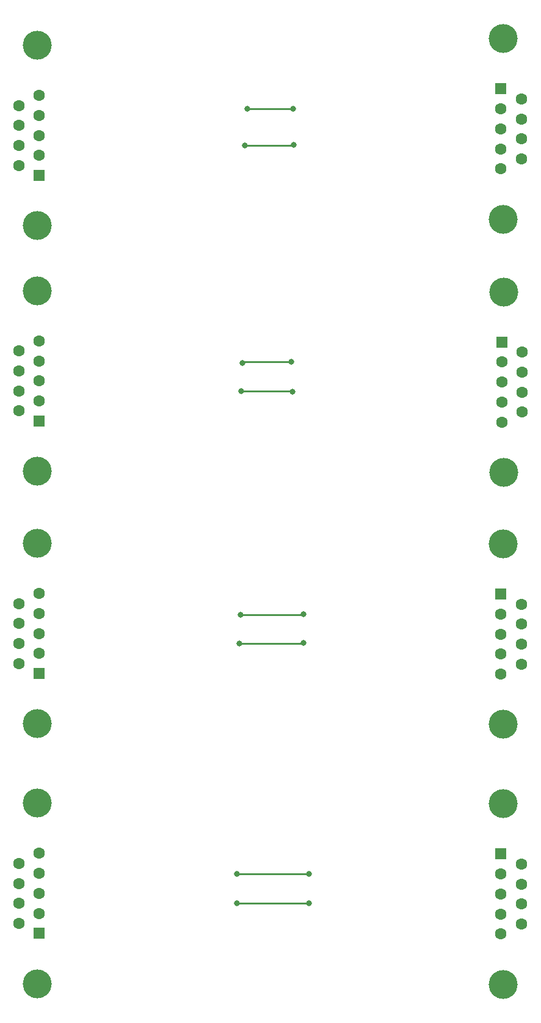
<source format=gbr>
%TF.GenerationSoftware,KiCad,Pcbnew,(5.1.6)-1*%
%TF.CreationDate,2021-06-01T12:00:34+02:00*%
%TF.ProjectId,CAN,43414e2e-6b69-4636-9164-5f7063625858,rev?*%
%TF.SameCoordinates,Original*%
%TF.FileFunction,Copper,L2,Bot*%
%TF.FilePolarity,Positive*%
%FSLAX46Y46*%
G04 Gerber Fmt 4.6, Leading zero omitted, Abs format (unit mm)*
G04 Created by KiCad (PCBNEW (5.1.6)-1) date 2021-06-01 12:00:34*
%MOMM*%
%LPD*%
G01*
G04 APERTURE LIST*
%TA.AperFunction,ComponentPad*%
%ADD10C,4.000000*%
%TD*%
%TA.AperFunction,ComponentPad*%
%ADD11C,1.600000*%
%TD*%
%TA.AperFunction,ComponentPad*%
%ADD12R,1.600000X1.600000*%
%TD*%
%TA.AperFunction,ViaPad*%
%ADD13C,0.800000*%
%TD*%
%TA.AperFunction,Conductor*%
%ADD14C,0.250000*%
%TD*%
G04 APERTURE END LIST*
D10*
%TO.P,J8,0*%
%TO.N,N/C*%
X155300000Y-137040000D03*
X155300000Y-162040000D03*
D11*
%TO.P,J8,9*%
%TO.N,Net-(J8-Pad9)*%
X157840000Y-153695000D03*
%TO.P,J8,8*%
%TO.N,Net-(J8-Pad8)*%
X157840000Y-150925000D03*
%TO.P,J8,7*%
%TO.N,/CAN+*%
X157840000Y-148155000D03*
%TO.P,J8,6*%
%TO.N,Net-(J8-Pad6)*%
X157840000Y-145385000D03*
%TO.P,J8,5*%
%TO.N,Net-(J8-Pad5)*%
X155000000Y-155080000D03*
%TO.P,J8,4*%
%TO.N,Net-(J8-Pad4)*%
X155000000Y-152310000D03*
%TO.P,J8,3*%
%TO.N,Net-(J8-Pad3)*%
X155000000Y-149540000D03*
%TO.P,J8,2*%
%TO.N,/CAN-*%
X155000000Y-146770000D03*
D12*
%TO.P,J8,1*%
%TO.N,Net-(J8-Pad1)*%
X155000000Y-144000000D03*
%TD*%
D10*
%TO.P,J7,0*%
%TO.N,N/C*%
X155300000Y-101040000D03*
X155300000Y-126040000D03*
D11*
%TO.P,J7,9*%
%TO.N,Net-(J7-Pad9)*%
X157840000Y-117695000D03*
%TO.P,J7,8*%
%TO.N,Net-(J7-Pad8)*%
X157840000Y-114925000D03*
%TO.P,J7,7*%
%TO.N,/CAN+*%
X157840000Y-112155000D03*
%TO.P,J7,6*%
%TO.N,Net-(J7-Pad6)*%
X157840000Y-109385000D03*
%TO.P,J7,5*%
%TO.N,Net-(J7-Pad5)*%
X155000000Y-119080000D03*
%TO.P,J7,4*%
%TO.N,Net-(J7-Pad4)*%
X155000000Y-116310000D03*
%TO.P,J7,3*%
%TO.N,Net-(J7-Pad3)*%
X155000000Y-113540000D03*
%TO.P,J7,2*%
%TO.N,/CAN-*%
X155000000Y-110770000D03*
D12*
%TO.P,J7,1*%
%TO.N,Net-(J7-Pad1)*%
X155000000Y-108000000D03*
%TD*%
D10*
%TO.P,J6,0*%
%TO.N,N/C*%
X155460000Y-66115000D03*
X155460000Y-91115000D03*
D11*
%TO.P,J6,9*%
%TO.N,Net-(J6-Pad9)*%
X158000000Y-82770000D03*
%TO.P,J6,8*%
%TO.N,Net-(J6-Pad8)*%
X158000000Y-80000000D03*
%TO.P,J6,7*%
%TO.N,/CAN+*%
X158000000Y-77230000D03*
%TO.P,J6,6*%
%TO.N,Net-(J6-Pad6)*%
X158000000Y-74460000D03*
%TO.P,J6,5*%
%TO.N,Net-(J6-Pad5)*%
X155160000Y-84155000D03*
%TO.P,J6,4*%
%TO.N,Net-(J6-Pad4)*%
X155160000Y-81385000D03*
%TO.P,J6,3*%
%TO.N,Net-(J6-Pad3)*%
X155160000Y-78615000D03*
%TO.P,J6,2*%
%TO.N,/CAN-*%
X155160000Y-75845000D03*
D12*
%TO.P,J6,1*%
%TO.N,Net-(J6-Pad1)*%
X155160000Y-73075000D03*
%TD*%
D10*
%TO.P,J5,0*%
%TO.N,N/C*%
X155300000Y-31040000D03*
X155300000Y-56040000D03*
D11*
%TO.P,J5,9*%
%TO.N,Net-(J5-Pad9)*%
X157840000Y-47695000D03*
%TO.P,J5,8*%
%TO.N,Net-(J5-Pad8)*%
X157840000Y-44925000D03*
%TO.P,J5,7*%
%TO.N,/CAN+*%
X157840000Y-42155000D03*
%TO.P,J5,6*%
%TO.N,Net-(J5-Pad6)*%
X157840000Y-39385000D03*
%TO.P,J5,5*%
%TO.N,Net-(J5-Pad5)*%
X155000000Y-49080000D03*
%TO.P,J5,4*%
%TO.N,Net-(J5-Pad4)*%
X155000000Y-46310000D03*
%TO.P,J5,3*%
%TO.N,Net-(J5-Pad3)*%
X155000000Y-43540000D03*
%TO.P,J5,2*%
%TO.N,/CAN-*%
X155000000Y-40770000D03*
D12*
%TO.P,J5,1*%
%TO.N,Net-(J5-Pad1)*%
X155000000Y-38000000D03*
%TD*%
D10*
%TO.P,J4,0*%
%TO.N,N/C*%
X90700000Y-161960000D03*
X90700000Y-136960000D03*
D11*
%TO.P,J4,9*%
%TO.N,Net-(J4-Pad9)*%
X88160000Y-145305000D03*
%TO.P,J4,8*%
%TO.N,Net-(J4-Pad8)*%
X88160000Y-148075000D03*
%TO.P,J4,7*%
%TO.N,/CAN+*%
X88160000Y-150845000D03*
%TO.P,J4,6*%
%TO.N,Net-(J4-Pad6)*%
X88160000Y-153615000D03*
%TO.P,J4,5*%
%TO.N,Net-(J4-Pad5)*%
X91000000Y-143920000D03*
%TO.P,J4,4*%
%TO.N,Net-(J4-Pad4)*%
X91000000Y-146690000D03*
%TO.P,J4,3*%
%TO.N,Net-(J4-Pad3)*%
X91000000Y-149460000D03*
%TO.P,J4,2*%
%TO.N,/CAN-*%
X91000000Y-152230000D03*
D12*
%TO.P,J4,1*%
%TO.N,Net-(J4-Pad1)*%
X91000000Y-155000000D03*
%TD*%
D10*
%TO.P,J2,0*%
%TO.N,N/C*%
X90700000Y-90960000D03*
X90700000Y-65960000D03*
D11*
%TO.P,J2,9*%
%TO.N,Net-(J2-Pad9)*%
X88160000Y-74305000D03*
%TO.P,J2,8*%
%TO.N,Net-(J2-Pad8)*%
X88160000Y-77075000D03*
%TO.P,J2,7*%
%TO.N,/CAN+*%
X88160000Y-79845000D03*
%TO.P,J2,6*%
%TO.N,Net-(J2-Pad6)*%
X88160000Y-82615000D03*
%TO.P,J2,5*%
%TO.N,Net-(J2-Pad5)*%
X91000000Y-72920000D03*
%TO.P,J2,4*%
%TO.N,Net-(J2-Pad4)*%
X91000000Y-75690000D03*
%TO.P,J2,3*%
%TO.N,Net-(J2-Pad3)*%
X91000000Y-78460000D03*
%TO.P,J2,2*%
%TO.N,/CAN-*%
X91000000Y-81230000D03*
D12*
%TO.P,J2,1*%
%TO.N,Net-(J2-Pad1)*%
X91000000Y-84000000D03*
%TD*%
D10*
%TO.P,J1,0*%
%TO.N,N/C*%
X90700000Y-56960000D03*
X90700000Y-31960000D03*
D11*
%TO.P,J1,9*%
%TO.N,Net-(J1-Pad9)*%
X88160000Y-40305000D03*
%TO.P,J1,8*%
%TO.N,Net-(J1-Pad8)*%
X88160000Y-43075000D03*
%TO.P,J1,7*%
%TO.N,/CAN+*%
X88160000Y-45845000D03*
%TO.P,J1,6*%
%TO.N,Net-(J1-Pad6)*%
X88160000Y-48615000D03*
%TO.P,J1,5*%
%TO.N,Net-(J1-Pad5)*%
X91000000Y-38920000D03*
%TO.P,J1,4*%
%TO.N,Net-(J1-Pad4)*%
X91000000Y-41690000D03*
%TO.P,J1,3*%
%TO.N,Net-(J1-Pad3)*%
X91000000Y-44460000D03*
%TO.P,J1,2*%
%TO.N,/CAN-*%
X91000000Y-47230000D03*
D12*
%TO.P,J1,1*%
%TO.N,Net-(J1-Pad1)*%
X91000000Y-50000000D03*
%TD*%
D10*
%TO.P,J3,0*%
%TO.N,N/C*%
X90700000Y-125960000D03*
X90700000Y-100960000D03*
D11*
%TO.P,J3,9*%
%TO.N,Net-(J3-Pad9)*%
X88160000Y-109305000D03*
%TO.P,J3,8*%
%TO.N,Net-(J3-Pad8)*%
X88160000Y-112075000D03*
%TO.P,J3,7*%
%TO.N,/CAN+*%
X88160000Y-114845000D03*
%TO.P,J3,6*%
%TO.N,Net-(J3-Pad6)*%
X88160000Y-117615000D03*
%TO.P,J3,5*%
%TO.N,Net-(J3-Pad5)*%
X91000000Y-107920000D03*
%TO.P,J3,4*%
%TO.N,Net-(J3-Pad4)*%
X91000000Y-110690000D03*
%TO.P,J3,3*%
%TO.N,Net-(J3-Pad3)*%
X91000000Y-113460000D03*
%TO.P,J3,2*%
%TO.N,/CAN-*%
X91000000Y-116230000D03*
D12*
%TO.P,J3,1*%
%TO.N,Net-(J3-Pad1)*%
X91000000Y-119000000D03*
%TD*%
D13*
%TO.N,/CAN+*%
X126300000Y-45760000D03*
X126100000Y-79970000D03*
X127660000Y-114760000D03*
X128420000Y-150830000D03*
X118465000Y-150845000D03*
X118805000Y-114845000D03*
X119025000Y-79845000D03*
X119565000Y-45845000D03*
%TO.N,/CAN-*%
X118410000Y-146750000D03*
X118890000Y-110840000D03*
X119190000Y-75960000D03*
X119860000Y-40760000D03*
X126230000Y-40770000D03*
X125975000Y-75845000D03*
X127630000Y-110770000D03*
X128380000Y-146770000D03*
%TD*%
D14*
%TO.N,/CAN+*%
X128405000Y-150845000D02*
X128420000Y-150830000D01*
X118465000Y-150845000D02*
X128405000Y-150845000D01*
X127575000Y-114845000D02*
X127660000Y-114760000D01*
X118805000Y-114845000D02*
X127575000Y-114845000D01*
X125975000Y-79845000D02*
X126100000Y-79970000D01*
X119025000Y-79845000D02*
X125975000Y-79845000D01*
X126215000Y-45845000D02*
X126300000Y-45760000D01*
X119565000Y-45845000D02*
X126215000Y-45845000D01*
%TO.N,/CAN-*%
X119870000Y-40770000D02*
X119860000Y-40760000D01*
X126230000Y-40770000D02*
X119870000Y-40770000D01*
X119305000Y-75845000D02*
X119190000Y-75960000D01*
X125975000Y-75845000D02*
X119305000Y-75845000D01*
X127560000Y-110840000D02*
X127630000Y-110770000D01*
X118890000Y-110840000D02*
X127560000Y-110840000D01*
X118430000Y-146770000D02*
X118410000Y-146750000D01*
X128380000Y-146770000D02*
X118430000Y-146770000D01*
%TD*%
M02*

</source>
